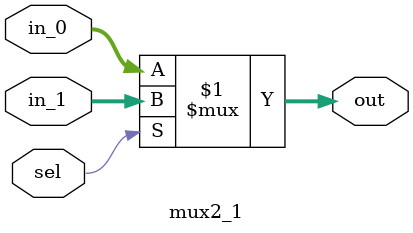
<source format=sv>
module mux2_1 #(parameter N=8)(input [N-1:0] in_0, input [N-1:0] in_1, input sel, output [N-1:0] out);

assign out = sel?in_1:in_0;

endmodule

</source>
